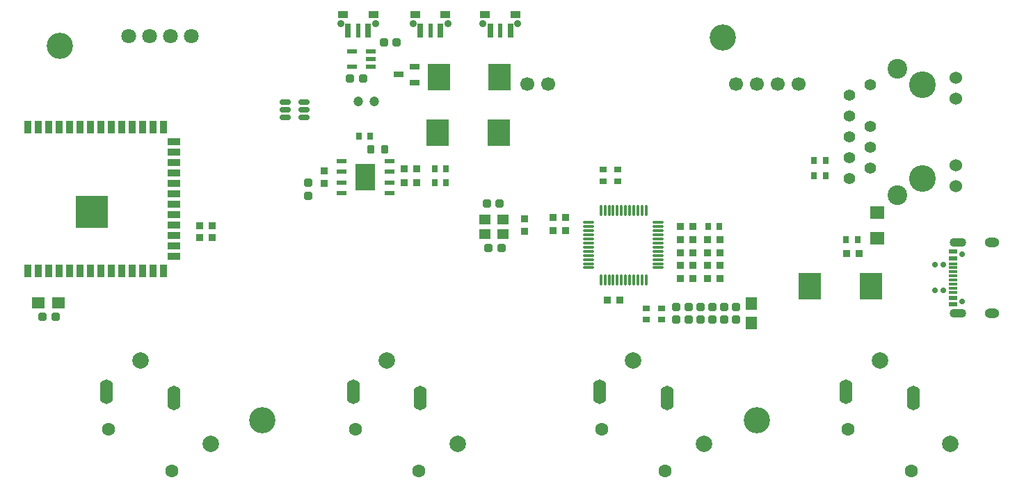
<source format=gbr>
%TF.GenerationSoftware,KiCad,Pcbnew,9.0.6*%
%TF.CreationDate,2026-01-03T23:52:13+01:00*%
%TF.ProjectId,Artnet-Node,4172746e-6574-42d4-9e6f-64652e6b6963,rev?*%
%TF.SameCoordinates,Original*%
%TF.FileFunction,Soldermask,Top*%
%TF.FilePolarity,Negative*%
%FSLAX46Y46*%
G04 Gerber Fmt 4.6, Leading zero omitted, Abs format (unit mm)*
G04 Created by KiCad (PCBNEW 9.0.6) date 2026-01-03 23:52:13*
%MOMM*%
%LPD*%
G01*
G04 APERTURE LIST*
G04 Aperture macros list*
%AMRoundRect*
0 Rectangle with rounded corners*
0 $1 Rounding radius*
0 $2 $3 $4 $5 $6 $7 $8 $9 X,Y pos of 4 corners*
0 Add a 4 corners polygon primitive as box body*
4,1,4,$2,$3,$4,$5,$6,$7,$8,$9,$2,$3,0*
0 Add four circle primitives for the rounded corners*
1,1,$1+$1,$2,$3*
1,1,$1+$1,$4,$5*
1,1,$1+$1,$6,$7*
1,1,$1+$1,$8,$9*
0 Add four rect primitives between the rounded corners*
20,1,$1+$1,$2,$3,$4,$5,0*
20,1,$1+$1,$4,$5,$6,$7,0*
20,1,$1+$1,$6,$7,$8,$9,0*
20,1,$1+$1,$8,$9,$2,$3,0*%
G04 Aperture macros list end*
%ADD10C,2.000000*%
%ADD11O,1.600000X3.000000*%
%ADD12C,1.600000*%
%ADD13C,3.200000*%
%ADD14R,1.300000X0.900000*%
%ADD15R,0.750000X1.800000*%
%ADD16R,0.600000X1.800000*%
%ADD17C,0.900000*%
%ADD18C,2.400000*%
%ADD19C,1.530000*%
%ADD20C,1.410000*%
%ADD21C,3.250000*%
%ADD22R,2.400000X3.300000*%
%ADD23R,1.200000X0.600000*%
%ADD24C,0.600000*%
%ADD25R,3.900000X3.900000*%
%ADD26R,0.900000X1.500000*%
%ADD27R,1.500000X0.900000*%
%ADD28O,1.800000X1.200000*%
%ADD29O,2.000000X1.100000*%
%ADD30R,1.100000X0.550000*%
%ADD31R,1.100000X0.300000*%
%ADD32C,0.700000*%
%ADD33R,0.860000X0.810000*%
%ADD34O,1.500000X0.270000*%
%ADD35O,0.270000X1.500000*%
%ADD36R,0.810000X0.860000*%
%ADD37R,1.160000X0.490000*%
%ADD38R,1.180000X0.490000*%
%ADD39R,0.900000X0.800000*%
%ADD40RoundRect,0.244000X0.269000X-0.244000X0.269000X0.244000X-0.269000X0.244000X-0.269000X-0.244000X0*%
%ADD41RoundRect,0.244000X0.244000X0.269000X-0.244000X0.269000X-0.244000X-0.269000X0.244000X-0.269000X0*%
%ADD42R,1.360000X1.500000*%
%ADD43R,0.800000X0.900000*%
%ADD44R,1.500000X1.360000*%
%ADD45R,1.250000X0.700000*%
%ADD46R,1.730000X1.490000*%
%ADD47C,1.700000*%
%ADD48C,1.800000*%
%ADD49R,2.700000X3.300000*%
%ADD50RoundRect,0.159000X-0.159000X-0.189000X0.159000X-0.189000X0.159000X0.189000X-0.159000X0.189000X0*%
%ADD51RoundRect,0.219000X-0.219000X-0.294000X0.219000X-0.294000X0.219000X0.294000X-0.219000X0.294000X0*%
%ADD52RoundRect,0.244000X-0.244000X-0.269000X0.244000X-0.269000X0.244000X0.269000X-0.244000X0.269000X0*%
%ADD53RoundRect,0.244000X-0.269000X0.244000X-0.269000X-0.244000X0.269000X-0.244000X0.269000X0.244000X0*%
%ADD54C,1.200000*%
%ADD55R,1.400000X1.200000*%
%ADD56RoundRect,0.150000X0.512500X0.150000X-0.512500X0.150000X-0.512500X-0.150000X0.512500X-0.150000X0*%
G04 APERTURE END LIST*
D10*
%TO.C,J5*%
X120100000Y-138950000D03*
X111500000Y-128750000D03*
D11*
X115600000Y-133350000D03*
X107400000Y-132550000D03*
D12*
X115350000Y-142200000D03*
X107650000Y-137100000D03*
%TD*%
D10*
%TO.C,J4*%
X150100000Y-138950000D03*
X141500000Y-128750000D03*
D11*
X145600000Y-133350000D03*
X137400000Y-132550000D03*
D12*
X145350000Y-142200000D03*
X137650000Y-137100000D03*
%TD*%
D10*
%TO.C,J3*%
X180100000Y-138950000D03*
X171500000Y-128750000D03*
D11*
X175600000Y-133350000D03*
X167400000Y-132550000D03*
D12*
X175350000Y-142200000D03*
X167650000Y-137100000D03*
%TD*%
D10*
%TO.C,J1*%
X210100000Y-138950000D03*
X201500000Y-128750000D03*
D11*
X205600000Y-133350000D03*
X197400000Y-132550000D03*
D12*
X205350000Y-142200000D03*
X197650000Y-137100000D03*
%TD*%
D13*
%TO.C,H1*%
X182400000Y-89400000D03*
%TD*%
%TO.C,H2*%
X186500000Y-136000000D03*
%TD*%
%TO.C,H3*%
X126300000Y-136000000D03*
%TD*%
%TO.C,H4*%
X101700000Y-90400000D03*
%TD*%
D14*
%TO.C,SW1*%
X153450000Y-86630000D03*
X157150000Y-86630000D03*
D15*
X154080000Y-88580000D03*
D16*
X155290000Y-88580000D03*
D15*
X156530000Y-88580000D03*
D17*
X153180000Y-87680000D03*
X157430000Y-87680000D03*
%TD*%
D14*
%TO.C,SW2*%
X136150000Y-86630000D03*
X139850000Y-86630000D03*
D15*
X136780000Y-88580000D03*
D16*
X137990000Y-88580000D03*
D15*
X139230000Y-88580000D03*
D17*
X135880000Y-87680000D03*
X140130000Y-87680000D03*
%TD*%
D14*
%TO.C,SW3*%
X144950000Y-86630000D03*
X148650000Y-86630000D03*
D15*
X145580000Y-88580000D03*
D16*
X146790000Y-88580000D03*
D15*
X148030000Y-88580000D03*
D17*
X144680000Y-87680000D03*
X148930000Y-87680000D03*
%TD*%
D18*
%TO.C,U2*%
X203620000Y-93160000D03*
X203620000Y-108640000D03*
D19*
X210720000Y-94270000D03*
X210720000Y-96810000D03*
X210720000Y-104990000D03*
X210720000Y-107530000D03*
D20*
X200320000Y-95180000D03*
X197780000Y-96450000D03*
X197780000Y-98990000D03*
X200320000Y-100260000D03*
X197780000Y-101530000D03*
X200320000Y-102800000D03*
X197780000Y-104070000D03*
X200320000Y-105340000D03*
X197780000Y-106610000D03*
D21*
X206670000Y-95180000D03*
X206670000Y-106610000D03*
%TD*%
D22*
%TO.C,U4*%
X138890000Y-106410000D03*
D23*
X141800000Y-104500000D03*
X141800000Y-105770000D03*
X141800000Y-107050000D03*
X141800000Y-108320000D03*
X135980000Y-108320000D03*
X135980000Y-107050000D03*
X135980000Y-105770000D03*
X135980000Y-104500000D03*
%TD*%
D24*
%TO.C,U7*%
X106260000Y-109200000D03*
X104860000Y-109200000D03*
X106960000Y-109900000D03*
X105560000Y-109900000D03*
X104160000Y-109900000D03*
X106260000Y-110600000D03*
D25*
X105560000Y-110600000D03*
D24*
X104860000Y-110600000D03*
X106960000Y-111300000D03*
X105560000Y-111300000D03*
X104160000Y-111300000D03*
X106260000Y-112000000D03*
X104860000Y-112000000D03*
D26*
X97840000Y-100350000D03*
X99110000Y-100350000D03*
X100380000Y-100350000D03*
X101650000Y-100350000D03*
X102920000Y-100350000D03*
X104190000Y-100350000D03*
X105460000Y-100350000D03*
X106730000Y-100350000D03*
X108000000Y-100350000D03*
X109270000Y-100350000D03*
X110540000Y-100350000D03*
X111810000Y-100350000D03*
X113080000Y-100350000D03*
X114350000Y-100350000D03*
D27*
X115600000Y-102115000D03*
X115600000Y-103385000D03*
X115600000Y-104655000D03*
X115600000Y-105925000D03*
X115600000Y-107195000D03*
X115600000Y-108465000D03*
X115600000Y-109735000D03*
X115600000Y-111005000D03*
X115600000Y-112275000D03*
X115600000Y-113545000D03*
X115600000Y-114815000D03*
X115600000Y-116085000D03*
D26*
X114350000Y-117850000D03*
X113080000Y-117850000D03*
X111810000Y-117850000D03*
X110540000Y-117850000D03*
X109270000Y-117850000D03*
X108000000Y-117850000D03*
X106730000Y-117850000D03*
X105460000Y-117850000D03*
X104190000Y-117850000D03*
X102920000Y-117850000D03*
X101650000Y-117850000D03*
X100380000Y-117850000D03*
X99110000Y-117850000D03*
X97840000Y-117850000D03*
%TD*%
D28*
%TO.C,USB1*%
X215197500Y-114380000D03*
D29*
X210987500Y-114380000D03*
D28*
X215197500Y-123020000D03*
D29*
X210987500Y-123020000D03*
D30*
X210437500Y-115500000D03*
X210437500Y-116300000D03*
D31*
X210437500Y-116950000D03*
X210437500Y-117450000D03*
X210437500Y-117950000D03*
X210437500Y-118450000D03*
X210437500Y-118950000D03*
X210437500Y-119450000D03*
X210437500Y-119950000D03*
X210437500Y-120450000D03*
D30*
X210437500Y-121100000D03*
X210437500Y-121900000D03*
D32*
X211517500Y-115810000D03*
X211517500Y-121590000D03*
%TD*%
D33*
%TO.C,R21*%
X133900000Y-105650000D03*
X133900000Y-107150000D03*
%TD*%
D34*
%TO.C,U1*%
X174550000Y-117450000D03*
X174550000Y-116950000D03*
X174550000Y-116450000D03*
X174550000Y-115950000D03*
X174550000Y-115450000D03*
X174550000Y-114950000D03*
X174550000Y-114450000D03*
X174550000Y-113950000D03*
X174550000Y-113450000D03*
X174550000Y-112950000D03*
X174550000Y-112450000D03*
X174550000Y-111950000D03*
D35*
X173050000Y-110450000D03*
X172550000Y-110450000D03*
X172050000Y-110450000D03*
X171550000Y-110450000D03*
X171050000Y-110450000D03*
X170550000Y-110450000D03*
X170050000Y-110450000D03*
X169550000Y-110450000D03*
X169050000Y-110450000D03*
X168550000Y-110450000D03*
X168050000Y-110450000D03*
X167550000Y-110450000D03*
D34*
X166050000Y-111950000D03*
X166050000Y-112450000D03*
X166050000Y-112950000D03*
X166050000Y-113450000D03*
X166050000Y-113950000D03*
X166050000Y-114450000D03*
X166050000Y-114950000D03*
X166050000Y-115450000D03*
X166050000Y-115950000D03*
X166050000Y-116450000D03*
X166050000Y-116950000D03*
X166050000Y-117450000D03*
D35*
X167550000Y-118950000D03*
X168050000Y-118950000D03*
X168550000Y-118950000D03*
X169050000Y-118950000D03*
X169550000Y-118950000D03*
X170050000Y-118950000D03*
X170550000Y-118950000D03*
X171050000Y-118950000D03*
X171550000Y-118950000D03*
X172050000Y-118950000D03*
X172550000Y-118950000D03*
X173050000Y-118950000D03*
%TD*%
D36*
%TO.C,R20*%
X143650000Y-105400000D03*
X145150000Y-105400000D03*
%TD*%
D37*
%TO.C,LDO1*%
X139550000Y-92950000D03*
X139550000Y-92000000D03*
X139550000Y-91050000D03*
D38*
X137250000Y-91050000D03*
X137250000Y-92950000D03*
%TD*%
D39*
%TO.C,L2*%
X174900000Y-122400000D03*
X174900000Y-123800000D03*
%TD*%
D40*
%TO.C,C13*%
X176700000Y-123780000D03*
X176700000Y-122220000D03*
%TD*%
D41*
%TO.C,C2*%
X155450000Y-115030000D03*
X153890000Y-115030000D03*
%TD*%
D36*
%TO.C,R14*%
X168350000Y-121400000D03*
X169850000Y-121400000D03*
%TD*%
%TO.C,R19*%
X145150000Y-107100000D03*
X143650000Y-107100000D03*
%TD*%
D42*
%TO.C,C19*%
X185900000Y-121800000D03*
X185900000Y-124200000D03*
%TD*%
D36*
%TO.C,R8*%
X182050000Y-115600000D03*
X180550000Y-115600000D03*
%TD*%
D43*
%TO.C,C7*%
X194900000Y-106200000D03*
X193500000Y-106200000D03*
%TD*%
D36*
%TO.C,R13*%
X177250000Y-115600000D03*
X178750000Y-115600000D03*
%TD*%
D40*
%TO.C,C14*%
X178200000Y-123780000D03*
X178200000Y-122220000D03*
%TD*%
D39*
%TO.C,L1*%
X173100000Y-123800000D03*
X173100000Y-122400000D03*
%TD*%
%TO.C,C6*%
X167800000Y-106900000D03*
X167800000Y-105500000D03*
%TD*%
D36*
%TO.C,R10*%
X177250000Y-117200000D03*
X178750000Y-117200000D03*
%TD*%
D44*
%TO.C,C4*%
X99100000Y-121700000D03*
X101500000Y-121700000D03*
%TD*%
D45*
%TO.C,Q2*%
X144900000Y-94850000D03*
X144900000Y-92950000D03*
X142900000Y-93900000D03*
%TD*%
D43*
%TO.C,C10*%
X198800000Y-114000000D03*
X197400000Y-114000000D03*
%TD*%
%TO.C,C11*%
X194900000Y-104400000D03*
X193500000Y-104400000D03*
%TD*%
D40*
%TO.C,C17*%
X182570000Y-123780000D03*
X182570000Y-122220000D03*
%TD*%
D46*
%TO.C,C9*%
X201200000Y-110710000D03*
X201200000Y-113890000D03*
%TD*%
D36*
%TO.C,R9*%
X163250000Y-111300000D03*
X161750000Y-111300000D03*
%TD*%
D40*
%TO.C,C18*%
X184000000Y-123780000D03*
X184000000Y-122220000D03*
%TD*%
D47*
%TO.C,U3*%
X191580000Y-95100000D03*
X189040000Y-95100000D03*
X186500000Y-95100000D03*
X183960000Y-95100000D03*
X161160000Y-95100000D03*
X158620000Y-95100000D03*
%TD*%
D48*
%TO.C,U13*%
X110090000Y-89200000D03*
X112630000Y-89200000D03*
X115170000Y-89200000D03*
X117710000Y-89200000D03*
%TD*%
D36*
%TO.C,R5*%
X163250000Y-112900000D03*
X161750000Y-112900000D03*
%TD*%
D49*
%TO.C,D1*%
X193010000Y-119700000D03*
X200390000Y-119700000D03*
%TD*%
D50*
%TO.C,R17*%
X208200000Y-120200000D03*
X209200000Y-120200000D03*
%TD*%
D40*
%TO.C,C15*%
X179650000Y-123780000D03*
X179650000Y-122220000D03*
%TD*%
D43*
%TO.C,C21*%
X138100000Y-101400000D03*
X139500000Y-101400000D03*
%TD*%
D51*
%TO.C,R24*%
X139580000Y-103000000D03*
X141220000Y-103000000D03*
%TD*%
D41*
%TO.C,C3*%
X101180000Y-123400000D03*
X99620000Y-123400000D03*
%TD*%
D43*
%TO.C,LED2*%
X148700000Y-105400000D03*
X147300000Y-105400000D03*
%TD*%
D52*
%TO.C,C22*%
X137020000Y-94400000D03*
X138580000Y-94400000D03*
%TD*%
D36*
%TO.C,R12*%
X177250000Y-114000000D03*
X178750000Y-114000000D03*
%TD*%
D39*
%TO.C,C5*%
X169600000Y-106900000D03*
X169600000Y-105500000D03*
%TD*%
D36*
%TO.C,R3*%
X180550000Y-117200000D03*
X182050000Y-117200000D03*
%TD*%
D41*
%TO.C,C23*%
X142680000Y-90000000D03*
X141120000Y-90000000D03*
%TD*%
D36*
%TO.C,R15*%
X118750000Y-113800000D03*
X120250000Y-113800000D03*
%TD*%
D53*
%TO.C,C12*%
X131900000Y-107120000D03*
X131900000Y-108680000D03*
%TD*%
D43*
%TO.C,C8*%
X180600000Y-112400000D03*
X182000000Y-112400000D03*
%TD*%
D49*
%TO.C,D2*%
X147710000Y-101000000D03*
X155090000Y-101000000D03*
%TD*%
D50*
%TO.C,R18*%
X208200000Y-117100000D03*
X209200000Y-117100000D03*
%TD*%
D36*
%TO.C,R7*%
X182050000Y-114000000D03*
X180550000Y-114000000D03*
%TD*%
%TO.C,R11*%
X177250000Y-118800000D03*
X178750000Y-118800000D03*
%TD*%
D54*
%TO.C,U6*%
X140000000Y-97150000D03*
X138000000Y-97150000D03*
%TD*%
D36*
%TO.C,R6*%
X180550000Y-118800000D03*
X182050000Y-118800000D03*
%TD*%
D33*
%TO.C,R1*%
X158270000Y-111480000D03*
X158270000Y-112980000D03*
%TD*%
D55*
%TO.C,X2*%
X155670000Y-111550000D03*
X153470000Y-111550000D03*
X153470000Y-113310000D03*
X155670000Y-113310000D03*
%TD*%
D40*
%TO.C,C16*%
X181100000Y-123780000D03*
X181100000Y-122220000D03*
%TD*%
D36*
%TO.C,R16*%
X118750000Y-112300000D03*
X120250000Y-112300000D03*
%TD*%
D56*
%TO.C,Q1*%
X131437500Y-99150000D03*
X131437500Y-98200000D03*
X131437500Y-97250000D03*
X129162500Y-97250000D03*
X129162500Y-98200000D03*
X129162500Y-99150000D03*
%TD*%
D36*
%TO.C,R2*%
X178750000Y-112400000D03*
X177250000Y-112400000D03*
%TD*%
D43*
%TO.C,LED1*%
X148700000Y-107100000D03*
X147300000Y-107100000D03*
%TD*%
D36*
%TO.C,R4*%
X198950000Y-115700000D03*
X197450000Y-115700000D03*
%TD*%
D52*
%TO.C,C1*%
X153690000Y-109630000D03*
X155250000Y-109630000D03*
%TD*%
D49*
%TO.C,D3*%
X147810000Y-94200000D03*
X155190000Y-94200000D03*
%TD*%
M02*

</source>
